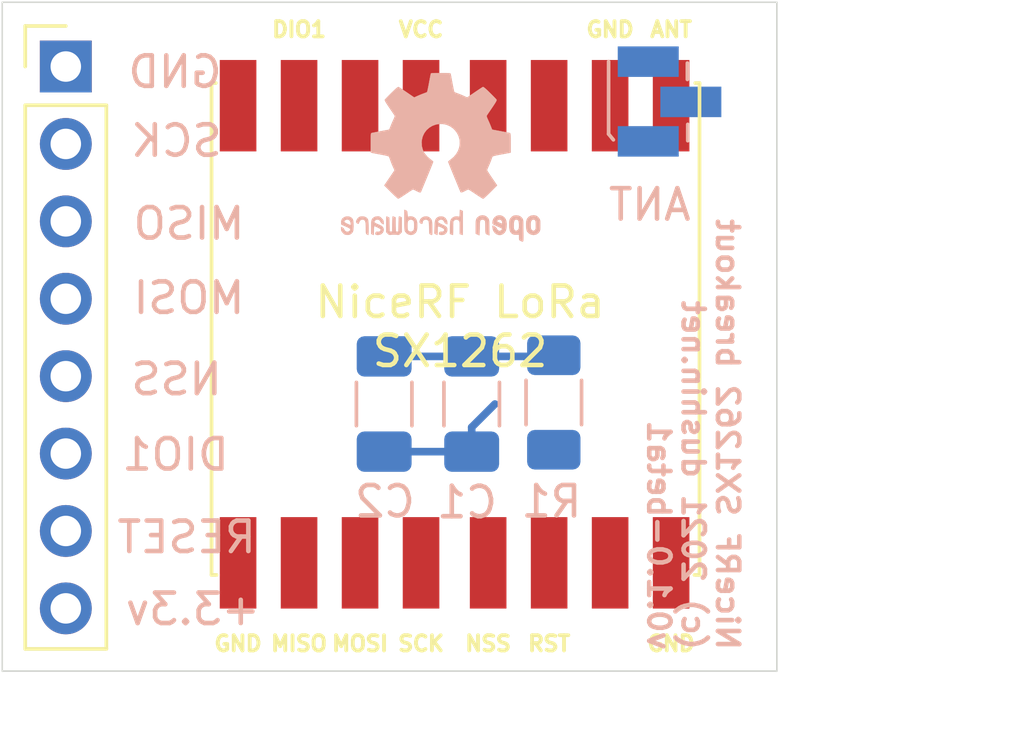
<source format=kicad_pcb>
(kicad_pcb (version 20171130) (host pcbnew "(5.1.9-0-10_14)")

  (general
    (thickness 1.6)
    (drawings 28)
    (tracks 6)
    (zones 0)
    (modules 7)
    (nets 15)
  )

  (page A4)
  (layers
    (0 F.Cu signal)
    (31 B.Cu signal)
    (32 B.Adhes user)
    (33 F.Adhes user)
    (34 B.Paste user)
    (35 F.Paste user)
    (36 B.SilkS user)
    (37 F.SilkS user)
    (38 B.Mask user)
    (39 F.Mask user)
    (40 Dwgs.User user)
    (41 Cmts.User user)
    (42 Eco1.User user)
    (43 Eco2.User user)
    (44 Edge.Cuts user)
    (45 Margin user)
    (46 B.CrtYd user)
    (47 F.CrtYd user)
    (48 B.Fab user)
    (49 F.Fab user)
  )

  (setup
    (last_trace_width 0.25)
    (trace_clearance 0.2)
    (zone_clearance 0.508)
    (zone_45_only no)
    (trace_min 0.2)
    (via_size 0.8)
    (via_drill 0.4)
    (via_min_size 0.4)
    (via_min_drill 0.3)
    (uvia_size 0.3)
    (uvia_drill 0.1)
    (uvias_allowed no)
    (uvia_min_size 0.2)
    (uvia_min_drill 0.1)
    (edge_width 0.05)
    (segment_width 0.2)
    (pcb_text_width 0.3)
    (pcb_text_size 1.5 1.5)
    (mod_edge_width 0.12)
    (mod_text_size 1 1)
    (mod_text_width 0.15)
    (pad_size 1.524 1.524)
    (pad_drill 0.762)
    (pad_to_mask_clearance 0)
    (aux_axis_origin 0 0)
    (visible_elements FFFFFF7F)
    (pcbplotparams
      (layerselection 0x010fc_ffffffff)
      (usegerberextensions false)
      (usegerberattributes true)
      (usegerberadvancedattributes true)
      (creategerberjobfile true)
      (excludeedgelayer true)
      (linewidth 0.100000)
      (plotframeref false)
      (viasonmask false)
      (mode 1)
      (useauxorigin false)
      (hpglpennumber 1)
      (hpglpenspeed 20)
      (hpglpendiameter 15.000000)
      (psnegative false)
      (psa4output false)
      (plotreference true)
      (plotvalue true)
      (plotinvisibletext false)
      (padsonsilk false)
      (subtractmaskfromsilk false)
      (outputformat 1)
      (mirror false)
      (drillshape 1)
      (scaleselection 1)
      (outputdirectory ""))
  )

  (net 0 "")
  (net 1 /GND)
  (net 2 /VCC)
  (net 3 /RESET)
  (net 4 /DIO0)
  (net 5 /NSS)
  (net 6 /MOSI)
  (net 7 /MISO)
  (net 8 /SCK)
  (net 9 /ANT)
  (net 10 "Net-(U1-Pad11)")
  (net 11 "Net-(U1-Pad12)")
  (net 12 "Net-(U1-Pad14)")
  (net 13 "Net-(U1-Pad16)")
  (net 14 "Net-(U1-Pad7)")

  (net_class Default "This is the default net class."
    (clearance 0.2)
    (trace_width 0.25)
    (via_dia 0.8)
    (via_drill 0.4)
    (uvia_dia 0.3)
    (uvia_drill 0.1)
    (add_net /ANT)
    (add_net /DIO0)
    (add_net /GND)
    (add_net /MISO)
    (add_net /MOSI)
    (add_net /NSS)
    (add_net /RESET)
    (add_net /SCK)
    (add_net /VCC)
    (add_net "Net-(U1-Pad11)")
    (add_net "Net-(U1-Pad12)")
    (add_net "Net-(U1-Pad14)")
    (add_net "Net-(U1-Pad16)")
    (add_net "Net-(U1-Pad7)")
  )

  (module 0xFD:nicerf-lora-sx1262 (layer F.Cu) (tedit 61BEA171) (tstamp 61BEFD83)
    (at 133.95 68.55 90)
    (path /61BEADFC)
    (fp_text reference U1 (at 5.0038 -10.2489 90) (layer F.SilkS) hide
      (effects (font (size 1 1) (thickness 0.15)))
    )
    (fp_text value nicerf-lora-sx1262 (at -0.5842 9.0424 90) (layer F.Fab) hide
      (effects (font (size 1 1) (thickness 0.15)))
    )
    (fp_text user sx1262 (at -0.8001 0.9017 90) (layer F.SilkS) hide
      (effects (font (size 1 1) (thickness 0.15)))
    )
    (fp_text user NiceRF (at -0.8001 -1.1811 90) (layer F.SilkS) hide
      (effects (font (size 1 1) (thickness 0.15)))
    )
    (fp_line (start -9.398 -8.3058) (end -9.398 -8.4709) (layer F.SilkS) (width 0.12))
    (fp_line (start -9.398 -8.47) (end 6.7437 -8.47) (layer F.SilkS) (width 0.12))
    (fp_line (start 6.7437 -8.4709) (end 6.7437 -8.3312) (layer F.SilkS) (width 0.12))
    (fp_line (start -9.398 7.5311) (end 6.7437 7.5311) (layer F.SilkS) (width 0.12))
    (fp_line (start -9.398 7.5311) (end -9.398 7.366) (layer F.SilkS) (width 0.12))
    (fp_line (start 6.7437 7.3914) (end 6.7437 7.5311) (layer F.SilkS) (width 0.12))
    (pad 9 smd rect (at 6 6.6 90) (size 3 1.2) (layers F.Cu F.Paste F.Mask)
      (net 9 /ANT))
    (pad 10 smd rect (at 6 4.6 90) (size 3 1.2) (layers F.Cu F.Paste F.Mask)
      (net 1 /GND))
    (pad 11 smd rect (at 6 2.6 90) (size 3 1.2) (layers F.Cu F.Paste F.Mask)
      (net 10 "Net-(U1-Pad11)"))
    (pad 12 smd rect (at 6 0.6 90) (size 3 1.2) (layers F.Cu F.Paste F.Mask)
      (net 11 "Net-(U1-Pad12)"))
    (pad 13 smd rect (at 6 -1.6 90) (size 3 1.2) (layers F.Cu F.Paste F.Mask)
      (net 2 /VCC))
    (pad 14 smd rect (at 6 -3.6 90) (size 3 1.2) (layers F.Cu F.Paste F.Mask)
      (net 12 "Net-(U1-Pad14)"))
    (pad 15 smd rect (at 6 -5.6 90) (size 3 1.2) (layers F.Cu F.Paste F.Mask)
      (net 4 /DIO0))
    (pad 16 smd rect (at 6 -7.6 90) (size 3 1.2) (layers F.Cu F.Paste F.Mask)
      (net 13 "Net-(U1-Pad16)"))
    (pad 8 smd rect (at -9 6.6 90) (size 3 1.2) (layers F.Cu F.Paste F.Mask)
      (net 1 /GND))
    (pad 7 smd rect (at -9 4.6 90) (size 3 1.2) (layers F.Cu F.Paste F.Mask)
      (net 14 "Net-(U1-Pad7)"))
    (pad 6 smd rect (at -9 2.6 90) (size 3 1.2) (layers F.Cu F.Paste F.Mask)
      (net 3 /RESET))
    (pad 5 smd rect (at -9 0.6 90) (size 3 1.2) (layers F.Cu F.Paste F.Mask)
      (net 5 /NSS))
    (pad 4 smd rect (at -9 -1.6 90) (size 3 1.2) (layers F.Cu F.Paste F.Mask)
      (net 8 /SCK))
    (pad 3 smd rect (at -9 -3.6 90) (size 3 1.2) (layers F.Cu F.Paste F.Mask)
      (net 6 /MOSI))
    (pad 2 smd rect (at -9 -5.6 90) (size 3 1.2) (layers F.Cu F.Paste F.Mask)
      (net 7 /MISO))
    (pad 1 smd rect (at -9 -7.6 90) (size 3 1.2) (layers F.Cu F.Paste F.Mask)
      (net 1 /GND))
  )

  (module Resistor_SMD:R_1206_3216Metric_Pad1.30x1.75mm_HandSolder (layer B.Cu) (tedit 5F68FEEE) (tstamp 60F5C2F8)
    (at 136.7028 72.289 90)
    (descr "Resistor SMD 1206 (3216 Metric), square (rectangular) end terminal, IPC_7351 nominal with elongated pad for handsoldering. (Body size source: IPC-SM-782 page 72, https://www.pcb-3d.com/wordpress/wp-content/uploads/ipc-sm-782a_amendment_1_and_2.pdf), generated with kicad-footprint-generator")
    (tags "resistor handsolder")
    (path /60F5CD4D)
    (attr smd)
    (fp_text reference R1 (at -3.2512 -0.0762 180) (layer B.SilkS)
      (effects (font (size 1 1) (thickness 0.15)) (justify mirror))
    )
    (fp_text value 10k (at 0 -1.82 90) (layer B.Fab) hide
      (effects (font (size 1 1) (thickness 0.15)) (justify mirror))
    )
    (fp_line (start 2.45 -1.12) (end -2.45 -1.12) (layer B.CrtYd) (width 0.05))
    (fp_line (start 2.45 1.12) (end 2.45 -1.12) (layer B.CrtYd) (width 0.05))
    (fp_line (start -2.45 1.12) (end 2.45 1.12) (layer B.CrtYd) (width 0.05))
    (fp_line (start -2.45 -1.12) (end -2.45 1.12) (layer B.CrtYd) (width 0.05))
    (fp_line (start -0.727064 -0.91) (end 0.727064 -0.91) (layer B.SilkS) (width 0.12))
    (fp_line (start -0.727064 0.91) (end 0.727064 0.91) (layer B.SilkS) (width 0.12))
    (fp_line (start 1.6 -0.8) (end -1.6 -0.8) (layer B.Fab) (width 0.1))
    (fp_line (start 1.6 0.8) (end 1.6 -0.8) (layer B.Fab) (width 0.1))
    (fp_line (start -1.6 0.8) (end 1.6 0.8) (layer B.Fab) (width 0.1))
    (fp_line (start -1.6 -0.8) (end -1.6 0.8) (layer B.Fab) (width 0.1))
    (fp_text user %R (at 0 0 90) (layer B.Fab)
      (effects (font (size 0.8 0.8) (thickness 0.12)) (justify mirror))
    )
    (pad 2 smd roundrect (at 1.55 0 90) (size 1.3 1.75) (layers B.Cu B.Paste B.Mask) (roundrect_rratio 0.192308)
      (net 2 /VCC))
    (pad 1 smd roundrect (at -1.55 0 90) (size 1.3 1.75) (layers B.Cu B.Paste B.Mask) (roundrect_rratio 0.192308)
      (net 3 /RESET))
    (model ${KISYS3DMOD}/Resistor_SMD.3dshapes/R_1206_3216Metric.wrl
      (at (xyz 0 0 0))
      (scale (xyz 1 1 1))
      (rotate (xyz 0 0 0))
    )
  )

  (module Symbol:OSHW-Logo2_7.3x6mm_SilkScreen (layer B.Cu) (tedit 0) (tstamp 60F060D7)
    (at 132.9944 64.2366 180)
    (descr "Open Source Hardware Symbol")
    (tags "Logo Symbol OSHW")
    (attr virtual)
    (fp_text reference REF** (at 0 0) (layer B.SilkS) hide
      (effects (font (size 1 1) (thickness 0.15)) (justify mirror))
    )
    (fp_text value OSHW-Logo2_7.3x6mm_SilkScreen (at 0.75 0) (layer B.Fab) hide
      (effects (font (size 1 1) (thickness 0.15)) (justify mirror))
    )
    (fp_poly (pts (xy -2.400256 -1.919918) (xy -2.344799 -1.947568) (xy -2.295852 -1.99848) (xy -2.282371 -2.017338)
      (xy -2.267686 -2.042015) (xy -2.258158 -2.068816) (xy -2.252707 -2.104587) (xy -2.250253 -2.156169)
      (xy -2.249714 -2.224267) (xy -2.252148 -2.317588) (xy -2.260606 -2.387657) (xy -2.276826 -2.439931)
      (xy -2.302546 -2.479869) (xy -2.339503 -2.512929) (xy -2.342218 -2.514886) (xy -2.37864 -2.534908)
      (xy -2.422498 -2.544815) (xy -2.478276 -2.547257) (xy -2.568952 -2.547257) (xy -2.56899 -2.635283)
      (xy -2.569834 -2.684308) (xy -2.574976 -2.713065) (xy -2.588413 -2.730311) (xy -2.614142 -2.744808)
      (xy -2.620321 -2.747769) (xy -2.649236 -2.761648) (xy -2.671624 -2.770414) (xy -2.688271 -2.771171)
      (xy -2.699964 -2.761023) (xy -2.70749 -2.737073) (xy -2.711634 -2.696426) (xy -2.713185 -2.636186)
      (xy -2.712929 -2.553455) (xy -2.711651 -2.445339) (xy -2.711252 -2.413) (xy -2.709815 -2.301524)
      (xy -2.708528 -2.228603) (xy -2.569029 -2.228603) (xy -2.568245 -2.290499) (xy -2.56476 -2.330997)
      (xy -2.556876 -2.357708) (xy -2.542895 -2.378244) (xy -2.533403 -2.38826) (xy -2.494596 -2.417567)
      (xy -2.460237 -2.419952) (xy -2.424784 -2.39575) (xy -2.423886 -2.394857) (xy -2.409461 -2.376153)
      (xy -2.400687 -2.350732) (xy -2.396261 -2.311584) (xy -2.394882 -2.251697) (xy -2.394857 -2.23843)
      (xy -2.398188 -2.155901) (xy -2.409031 -2.098691) (xy -2.42866 -2.063766) (xy -2.45835 -2.048094)
      (xy -2.475509 -2.046514) (xy -2.516234 -2.053926) (xy -2.544168 -2.07833) (xy -2.560983 -2.12298)
      (xy -2.56835 -2.19113) (xy -2.569029 -2.228603) (xy -2.708528 -2.228603) (xy -2.708292 -2.215245)
      (xy -2.706323 -2.150333) (xy -2.70355 -2.102958) (xy -2.699612 -2.06929) (xy -2.694151 -2.045498)
      (xy -2.686808 -2.027753) (xy -2.677223 -2.012224) (xy -2.673113 -2.006381) (xy -2.618595 -1.951185)
      (xy -2.549664 -1.91989) (xy -2.469928 -1.911165) (xy -2.400256 -1.919918)) (layer B.SilkS) (width 0.01))
    (fp_poly (pts (xy -1.283907 -1.92778) (xy -1.237328 -1.954723) (xy -1.204943 -1.981466) (xy -1.181258 -2.009484)
      (xy -1.164941 -2.043748) (xy -1.154661 -2.089227) (xy -1.149086 -2.150892) (xy -1.146884 -2.233711)
      (xy -1.146629 -2.293246) (xy -1.146629 -2.512391) (xy -1.208314 -2.540044) (xy -1.27 -2.567697)
      (xy -1.277257 -2.32767) (xy -1.280256 -2.238028) (xy -1.283402 -2.172962) (xy -1.287299 -2.128026)
      (xy -1.292553 -2.09877) (xy -1.299769 -2.080748) (xy -1.30955 -2.069511) (xy -1.312688 -2.067079)
      (xy -1.360239 -2.048083) (xy -1.408303 -2.0556) (xy -1.436914 -2.075543) (xy -1.448553 -2.089675)
      (xy -1.456609 -2.10822) (xy -1.461729 -2.136334) (xy -1.464559 -2.179173) (xy -1.465744 -2.241895)
      (xy -1.465943 -2.307261) (xy -1.465982 -2.389268) (xy -1.467386 -2.447316) (xy -1.472086 -2.486465)
      (xy -1.482013 -2.51178) (xy -1.499097 -2.528323) (xy -1.525268 -2.541156) (xy -1.560225 -2.554491)
      (xy -1.598404 -2.569007) (xy -1.593859 -2.311389) (xy -1.592029 -2.218519) (xy -1.589888 -2.149889)
      (xy -1.586819 -2.100711) (xy -1.582206 -2.066198) (xy -1.575432 -2.041562) (xy -1.565881 -2.022016)
      (xy -1.554366 -2.00477) (xy -1.49881 -1.94968) (xy -1.43102 -1.917822) (xy -1.357287 -1.910191)
      (xy -1.283907 -1.92778)) (layer B.SilkS) (width 0.01))
    (fp_poly (pts (xy -2.958885 -1.921962) (xy -2.890855 -1.957733) (xy -2.840649 -2.015301) (xy -2.822815 -2.052312)
      (xy -2.808937 -2.107882) (xy -2.801833 -2.178096) (xy -2.80116 -2.254727) (xy -2.806573 -2.329552)
      (xy -2.81773 -2.394342) (xy -2.834286 -2.440873) (xy -2.839374 -2.448887) (xy -2.899645 -2.508707)
      (xy -2.971231 -2.544535) (xy -3.048908 -2.55502) (xy -3.127452 -2.53881) (xy -3.149311 -2.529092)
      (xy -3.191878 -2.499143) (xy -3.229237 -2.459433) (xy -3.232768 -2.454397) (xy -3.247119 -2.430124)
      (xy -3.256606 -2.404178) (xy -3.26221 -2.370022) (xy -3.264914 -2.321119) (xy -3.265701 -2.250935)
      (xy -3.265714 -2.2352) (xy -3.265678 -2.230192) (xy -3.120571 -2.230192) (xy -3.119727 -2.29643)
      (xy -3.116404 -2.340386) (xy -3.109417 -2.368779) (xy -3.097584 -2.388325) (xy -3.091543 -2.394857)
      (xy -3.056814 -2.41968) (xy -3.023097 -2.418548) (xy -2.989005 -2.397016) (xy -2.968671 -2.374029)
      (xy -2.956629 -2.340478) (xy -2.949866 -2.287569) (xy -2.949402 -2.281399) (xy -2.948248 -2.185513)
      (xy -2.960312 -2.114299) (xy -2.98543 -2.068194) (xy -3.02344 -2.047635) (xy -3.037008 -2.046514)
      (xy -3.072636 -2.052152) (xy -3.097006 -2.071686) (xy -3.111907 -2.109042) (xy -3.119125 -2.16815)
      (xy -3.120571 -2.230192) (xy -3.265678 -2.230192) (xy -3.265174 -2.160413) (xy -3.262904 -2.108159)
      (xy -3.257932 -2.071949) (xy -3.249287 -2.045299) (xy -3.235995 -2.021722) (xy -3.233057 -2.017338)
      (xy -3.183687 -1.958249) (xy -3.129891 -1.923947) (xy -3.064398 -1.910331) (xy -3.042158 -1.909665)
      (xy -2.958885 -1.921962)) (layer B.SilkS) (width 0.01))
    (fp_poly (pts (xy -1.831697 -1.931239) (xy -1.774473 -1.969735) (xy -1.730251 -2.025335) (xy -1.703833 -2.096086)
      (xy -1.69849 -2.148162) (xy -1.699097 -2.169893) (xy -1.704178 -2.186531) (xy -1.718145 -2.201437)
      (xy -1.745411 -2.217973) (xy -1.790388 -2.239498) (xy -1.857489 -2.269374) (xy -1.857829 -2.269524)
      (xy -1.919593 -2.297813) (xy -1.970241 -2.322933) (xy -2.004596 -2.342179) (xy -2.017482 -2.352848)
      (xy -2.017486 -2.352934) (xy -2.006128 -2.376166) (xy -1.979569 -2.401774) (xy -1.949077 -2.420221)
      (xy -1.93363 -2.423886) (xy -1.891485 -2.411212) (xy -1.855192 -2.379471) (xy -1.837483 -2.344572)
      (xy -1.820448 -2.318845) (xy -1.787078 -2.289546) (xy -1.747851 -2.264235) (xy -1.713244 -2.250471)
      (xy -1.706007 -2.249714) (xy -1.697861 -2.26216) (xy -1.69737 -2.293972) (xy -1.703357 -2.336866)
      (xy -1.714643 -2.382558) (xy -1.73005 -2.422761) (xy -1.730829 -2.424322) (xy -1.777196 -2.489062)
      (xy -1.837289 -2.533097) (xy -1.905535 -2.554711) (xy -1.976362 -2.552185) (xy -2.044196 -2.523804)
      (xy -2.047212 -2.521808) (xy -2.100573 -2.473448) (xy -2.13566 -2.410352) (xy -2.155078 -2.327387)
      (xy -2.157684 -2.304078) (xy -2.162299 -2.194055) (xy -2.156767 -2.142748) (xy -2.017486 -2.142748)
      (xy -2.015676 -2.174753) (xy -2.005778 -2.184093) (xy -1.981102 -2.177105) (xy -1.942205 -2.160587)
      (xy -1.898725 -2.139881) (xy -1.897644 -2.139333) (xy -1.860791 -2.119949) (xy -1.846 -2.107013)
      (xy -1.849647 -2.093451) (xy -1.865005 -2.075632) (xy -1.904077 -2.049845) (xy -1.946154 -2.04795)
      (xy -1.983897 -2.066717) (xy -2.009966 -2.102915) (xy -2.017486 -2.142748) (xy -2.156767 -2.142748)
      (xy -2.152806 -2.106027) (xy -2.12845 -2.036212) (xy -2.094544 -1.987302) (xy -2.033347 -1.937878)
      (xy -1.965937 -1.913359) (xy -1.89712 -1.911797) (xy -1.831697 -1.931239)) (layer B.SilkS) (width 0.01))
    (fp_poly (pts (xy -0.624114 -1.851289) (xy -0.619861 -1.910613) (xy -0.614975 -1.945572) (xy -0.608205 -1.96082)
      (xy -0.598298 -1.961015) (xy -0.595086 -1.959195) (xy -0.552356 -1.946015) (xy -0.496773 -1.946785)
      (xy -0.440263 -1.960333) (xy -0.404918 -1.977861) (xy -0.368679 -2.005861) (xy -0.342187 -2.037549)
      (xy -0.324001 -2.077813) (xy -0.312678 -2.131543) (xy -0.306778 -2.203626) (xy -0.304857 -2.298951)
      (xy -0.304823 -2.317237) (xy -0.3048 -2.522646) (xy -0.350509 -2.53858) (xy -0.382973 -2.54942)
      (xy -0.400785 -2.554468) (xy -0.401309 -2.554514) (xy -0.403063 -2.540828) (xy -0.404556 -2.503076)
      (xy -0.405674 -2.446224) (xy -0.406303 -2.375234) (xy -0.4064 -2.332073) (xy -0.406602 -2.246973)
      (xy -0.407642 -2.185981) (xy -0.410169 -2.144177) (xy -0.414836 -2.116642) (xy -0.422293 -2.098456)
      (xy -0.433189 -2.084698) (xy -0.439993 -2.078073) (xy -0.486728 -2.051375) (xy -0.537728 -2.049375)
      (xy -0.583999 -2.071955) (xy -0.592556 -2.080107) (xy -0.605107 -2.095436) (xy -0.613812 -2.113618)
      (xy -0.619369 -2.139909) (xy -0.622474 -2.179562) (xy -0.623824 -2.237832) (xy -0.624114 -2.318173)
      (xy -0.624114 -2.522646) (xy -0.669823 -2.53858) (xy -0.702287 -2.54942) (xy -0.720099 -2.554468)
      (xy -0.720623 -2.554514) (xy -0.721963 -2.540623) (xy -0.723172 -2.501439) (xy -0.724199 -2.4407)
      (xy -0.724998 -2.362141) (xy -0.725519 -2.269498) (xy -0.725714 -2.166509) (xy -0.725714 -1.769342)
      (xy -0.678543 -1.749444) (xy -0.631371 -1.729547) (xy -0.624114 -1.851289)) (layer B.SilkS) (width 0.01))
    (fp_poly (pts (xy 0.039744 -1.950968) (xy 0.096616 -1.972087) (xy 0.097267 -1.972493) (xy 0.13244 -1.99838)
      (xy 0.158407 -2.028633) (xy 0.17667 -2.068058) (xy 0.188732 -2.121462) (xy 0.196096 -2.193651)
      (xy 0.200264 -2.289432) (xy 0.200629 -2.303078) (xy 0.205876 -2.508842) (xy 0.161716 -2.531678)
      (xy 0.129763 -2.54711) (xy 0.11047 -2.554423) (xy 0.109578 -2.554514) (xy 0.106239 -2.541022)
      (xy 0.103587 -2.504626) (xy 0.101956 -2.451452) (xy 0.1016 -2.408393) (xy 0.101592 -2.338641)
      (xy 0.098403 -2.294837) (xy 0.087288 -2.273944) (xy 0.063501 -2.272925) (xy 0.022296 -2.288741)
      (xy -0.039914 -2.317815) (xy -0.085659 -2.341963) (xy -0.109187 -2.362913) (xy -0.116104 -2.385747)
      (xy -0.116114 -2.386877) (xy -0.104701 -2.426212) (xy -0.070908 -2.447462) (xy -0.019191 -2.450539)
      (xy 0.018061 -2.450006) (xy 0.037703 -2.460735) (xy 0.049952 -2.486505) (xy 0.057002 -2.519337)
      (xy 0.046842 -2.537966) (xy 0.043017 -2.540632) (xy 0.007001 -2.55134) (xy -0.043434 -2.552856)
      (xy -0.095374 -2.545759) (xy -0.132178 -2.532788) (xy -0.183062 -2.489585) (xy -0.211986 -2.429446)
      (xy -0.217714 -2.382462) (xy -0.213343 -2.340082) (xy -0.197525 -2.305488) (xy -0.166203 -2.274763)
      (xy -0.115322 -2.24399) (xy -0.040824 -2.209252) (xy -0.036286 -2.207288) (xy 0.030821 -2.176287)
      (xy 0.072232 -2.150862) (xy 0.089981 -2.128014) (xy 0.086107 -2.104745) (xy 0.062643 -2.078056)
      (xy 0.055627 -2.071914) (xy 0.00863 -2.0481) (xy -0.040067 -2.049103) (xy -0.082478 -2.072451)
      (xy -0.110616 -2.115675) (xy -0.113231 -2.12416) (xy -0.138692 -2.165308) (xy -0.170999 -2.185128)
      (xy -0.217714 -2.20477) (xy -0.217714 -2.15395) (xy -0.203504 -2.080082) (xy -0.161325 -2.012327)
      (xy -0.139376 -1.989661) (xy -0.089483 -1.960569) (xy -0.026033 -1.9474) (xy 0.039744 -1.950968)) (layer B.SilkS) (width 0.01))
    (fp_poly (pts (xy 0.529926 -1.949755) (xy 0.595858 -1.974084) (xy 0.649273 -2.017117) (xy 0.670164 -2.047409)
      (xy 0.692939 -2.102994) (xy 0.692466 -2.143186) (xy 0.668562 -2.170217) (xy 0.659717 -2.174813)
      (xy 0.62153 -2.189144) (xy 0.602028 -2.185472) (xy 0.595422 -2.161407) (xy 0.595086 -2.148114)
      (xy 0.582992 -2.09921) (xy 0.551471 -2.064999) (xy 0.507659 -2.048476) (xy 0.458695 -2.052634)
      (xy 0.418894 -2.074227) (xy 0.40545 -2.086544) (xy 0.395921 -2.101487) (xy 0.389485 -2.124075)
      (xy 0.385317 -2.159328) (xy 0.382597 -2.212266) (xy 0.380502 -2.287907) (xy 0.37996 -2.311857)
      (xy 0.377981 -2.39379) (xy 0.375731 -2.451455) (xy 0.372357 -2.489608) (xy 0.367006 -2.513004)
      (xy 0.358824 -2.526398) (xy 0.346959 -2.534545) (xy 0.339362 -2.538144) (xy 0.307102 -2.550452)
      (xy 0.288111 -2.554514) (xy 0.281836 -2.540948) (xy 0.278006 -2.499934) (xy 0.2766 -2.430999)
      (xy 0.277598 -2.333669) (xy 0.277908 -2.318657) (xy 0.280101 -2.229859) (xy 0.282693 -2.165019)
      (xy 0.286382 -2.119067) (xy 0.291864 -2.086935) (xy 0.299835 -2.063553) (xy 0.310993 -2.043852)
      (xy 0.31683 -2.03541) (xy 0.350296 -1.998057) (xy 0.387727 -1.969003) (xy 0.392309 -1.966467)
      (xy 0.459426 -1.946443) (xy 0.529926 -1.949755)) (layer B.SilkS) (width 0.01))
    (fp_poly (pts (xy 1.190117 -2.065358) (xy 1.189933 -2.173837) (xy 1.189219 -2.257287) (xy 1.187675 -2.319704)
      (xy 1.185001 -2.365085) (xy 1.180894 -2.397429) (xy 1.175055 -2.420733) (xy 1.167182 -2.438995)
      (xy 1.161221 -2.449418) (xy 1.111855 -2.505945) (xy 1.049264 -2.541377) (xy 0.980013 -2.55409)
      (xy 0.910668 -2.542463) (xy 0.869375 -2.521568) (xy 0.826025 -2.485422) (xy 0.796481 -2.441276)
      (xy 0.778655 -2.383462) (xy 0.770463 -2.306313) (xy 0.769302 -2.249714) (xy 0.769458 -2.245647)
      (xy 0.870857 -2.245647) (xy 0.871476 -2.31055) (xy 0.874314 -2.353514) (xy 0.88084 -2.381622)
      (xy 0.892523 -2.401953) (xy 0.906483 -2.417288) (xy 0.953365 -2.44689) (xy 1.003701 -2.449419)
      (xy 1.051276 -2.424705) (xy 1.054979 -2.421356) (xy 1.070783 -2.403935) (xy 1.080693 -2.383209)
      (xy 1.086058 -2.352362) (xy 1.088228 -2.304577) (xy 1.088571 -2.251748) (xy 1.087827 -2.185381)
      (xy 1.084748 -2.141106) (xy 1.078061 -2.112009) (xy 1.066496 -2.091173) (xy 1.057013 -2.080107)
      (xy 1.01296 -2.052198) (xy 0.962224 -2.048843) (xy 0.913796 -2.070159) (xy 0.90445 -2.078073)
      (xy 0.88854 -2.095647) (xy 0.87861 -2.116587) (xy 0.873278 -2.147782) (xy 0.871163 -2.196122)
      (xy 0.870857 -2.245647) (xy 0.769458 -2.245647) (xy 0.77281 -2.158568) (xy 0.784726 -2.090086)
      (xy 0.807135 -2.0386) (xy 0.842124 -1.998443) (xy 0.869375 -1.977861) (xy 0.918907 -1.955625)
      (xy 0.976316 -1.945304) (xy 1.029682 -1.948067) (xy 1.059543 -1.959212) (xy 1.071261 -1.962383)
      (xy 1.079037 -1.950557) (xy 1.084465 -1.918866) (xy 1.088571 -1.870593) (xy 1.093067 -1.816829)
      (xy 1.099313 -1.784482) (xy 1.110676 -1.765985) (xy 1.130528 -1.75377) (xy 1.143 -1.748362)
      (xy 1.190171 -1.728601) (xy 1.190117 -2.065358)) (layer B.SilkS) (width 0.01))
    (fp_poly (pts (xy 1.779833 -1.958663) (xy 1.782048 -1.99685) (xy 1.783784 -2.054886) (xy 1.784899 -2.12818)
      (xy 1.785257 -2.205055) (xy 1.785257 -2.465196) (xy 1.739326 -2.511127) (xy 1.707675 -2.539429)
      (xy 1.67989 -2.550893) (xy 1.641915 -2.550168) (xy 1.62684 -2.548321) (xy 1.579726 -2.542948)
      (xy 1.540756 -2.539869) (xy 1.531257 -2.539585) (xy 1.499233 -2.541445) (xy 1.453432 -2.546114)
      (xy 1.435674 -2.548321) (xy 1.392057 -2.551735) (xy 1.362745 -2.54432) (xy 1.33368 -2.521427)
      (xy 1.323188 -2.511127) (xy 1.277257 -2.465196) (xy 1.277257 -1.978602) (xy 1.314226 -1.961758)
      (xy 1.346059 -1.949282) (xy 1.364683 -1.944914) (xy 1.369458 -1.958718) (xy 1.373921 -1.997286)
      (xy 1.377775 -2.056356) (xy 1.380722 -2.131663) (xy 1.382143 -2.195286) (xy 1.386114 -2.445657)
      (xy 1.420759 -2.450556) (xy 1.452268 -2.447131) (xy 1.467708 -2.436041) (xy 1.472023 -2.415308)
      (xy 1.475708 -2.371145) (xy 1.478469 -2.309146) (xy 1.480012 -2.234909) (xy 1.480235 -2.196706)
      (xy 1.480457 -1.976783) (xy 1.526166 -1.960849) (xy 1.558518 -1.950015) (xy 1.576115 -1.944962)
      (xy 1.576623 -1.944914) (xy 1.578388 -1.958648) (xy 1.580329 -1.99673) (xy 1.582282 -2.054482)
      (xy 1.584084 -2.127227) (xy 1.585343 -2.195286) (xy 1.589314 -2.445657) (xy 1.6764 -2.445657)
      (xy 1.680396 -2.21724) (xy 1.684392 -1.988822) (xy 1.726847 -1.966868) (xy 1.758192 -1.951793)
      (xy 1.776744 -1.944951) (xy 1.777279 -1.944914) (xy 1.779833 -1.958663)) (layer B.SilkS) (width 0.01))
    (fp_poly (pts (xy 2.144876 -1.956335) (xy 2.186667 -1.975344) (xy 2.219469 -1.998378) (xy 2.243503 -2.024133)
      (xy 2.260097 -2.057358) (xy 2.270577 -2.1028) (xy 2.276271 -2.165207) (xy 2.278507 -2.249327)
      (xy 2.278743 -2.304721) (xy 2.278743 -2.520826) (xy 2.241774 -2.53767) (xy 2.212656 -2.549981)
      (xy 2.198231 -2.554514) (xy 2.195472 -2.541025) (xy 2.193282 -2.504653) (xy 2.191942 -2.451542)
      (xy 2.191657 -2.409372) (xy 2.190434 -2.348447) (xy 2.187136 -2.300115) (xy 2.182321 -2.270518)
      (xy 2.178496 -2.264229) (xy 2.152783 -2.270652) (xy 2.112418 -2.287125) (xy 2.065679 -2.309458)
      (xy 2.020845 -2.333457) (xy 1.986193 -2.35493) (xy 1.970002 -2.369685) (xy 1.969938 -2.369845)
      (xy 1.97133 -2.397152) (xy 1.983818 -2.423219) (xy 2.005743 -2.444392) (xy 2.037743 -2.451474)
      (xy 2.065092 -2.450649) (xy 2.103826 -2.450042) (xy 2.124158 -2.459116) (xy 2.136369 -2.483092)
      (xy 2.137909 -2.487613) (xy 2.143203 -2.521806) (xy 2.129047 -2.542568) (xy 2.092148 -2.552462)
      (xy 2.052289 -2.554292) (xy 1.980562 -2.540727) (xy 1.943432 -2.521355) (xy 1.897576 -2.475845)
      (xy 1.873256 -2.419983) (xy 1.871073 -2.360957) (xy 1.891629 -2.305953) (xy 1.922549 -2.271486)
      (xy 1.95342 -2.252189) (xy 2.001942 -2.227759) (xy 2.058485 -2.202985) (xy 2.06791 -2.199199)
      (xy 2.130019 -2.171791) (xy 2.165822 -2.147634) (xy 2.177337 -2.123619) (xy 2.16658 -2.096635)
      (xy 2.148114 -2.075543) (xy 2.104469 -2.049572) (xy 2.056446 -2.047624) (xy 2.012406 -2.067637)
      (xy 1.980709 -2.107551) (xy 1.976549 -2.117848) (xy 1.952327 -2.155724) (xy 1.916965 -2.183842)
      (xy 1.872343 -2.206917) (xy 1.872343 -2.141485) (xy 1.874969 -2.101506) (xy 1.88623 -2.069997)
      (xy 1.911199 -2.036378) (xy 1.935169 -2.010484) (xy 1.972441 -1.973817) (xy 2.001401 -1.954121)
      (xy 2.032505 -1.94622) (xy 2.067713 -1.944914) (xy 2.144876 -1.956335)) (layer B.SilkS) (width 0.01))
    (fp_poly (pts (xy 2.6526 -1.958752) (xy 2.669948 -1.966334) (xy 2.711356 -1.999128) (xy 2.746765 -2.046547)
      (xy 2.768664 -2.097151) (xy 2.772229 -2.122098) (xy 2.760279 -2.156927) (xy 2.734067 -2.175357)
      (xy 2.705964 -2.186516) (xy 2.693095 -2.188572) (xy 2.686829 -2.173649) (xy 2.674456 -2.141175)
      (xy 2.669028 -2.126502) (xy 2.63859 -2.075744) (xy 2.59452 -2.050427) (xy 2.53801 -2.051206)
      (xy 2.533825 -2.052203) (xy 2.503655 -2.066507) (xy 2.481476 -2.094393) (xy 2.466327 -2.139287)
      (xy 2.45725 -2.204615) (xy 2.453286 -2.293804) (xy 2.452914 -2.341261) (xy 2.45273 -2.416071)
      (xy 2.451522 -2.467069) (xy 2.448309 -2.499471) (xy 2.442109 -2.518495) (xy 2.43194 -2.529356)
      (xy 2.416819 -2.537272) (xy 2.415946 -2.53767) (xy 2.386828 -2.549981) (xy 2.372403 -2.554514)
      (xy 2.370186 -2.540809) (xy 2.368289 -2.502925) (xy 2.366847 -2.445715) (xy 2.365998 -2.374027)
      (xy 2.365829 -2.321565) (xy 2.366692 -2.220047) (xy 2.37007 -2.143032) (xy 2.377142 -2.086023)
      (xy 2.389088 -2.044526) (xy 2.40709 -2.014043) (xy 2.432327 -1.99008) (xy 2.457247 -1.973355)
      (xy 2.517171 -1.951097) (xy 2.586911 -1.946076) (xy 2.6526 -1.958752)) (layer B.SilkS) (width 0.01))
    (fp_poly (pts (xy 3.153595 -1.966966) (xy 3.211021 -2.004497) (xy 3.238719 -2.038096) (xy 3.260662 -2.099064)
      (xy 3.262405 -2.147308) (xy 3.258457 -2.211816) (xy 3.109686 -2.276934) (xy 3.037349 -2.310202)
      (xy 2.990084 -2.336964) (xy 2.965507 -2.360144) (xy 2.961237 -2.382667) (xy 2.974889 -2.407455)
      (xy 2.989943 -2.423886) (xy 3.033746 -2.450235) (xy 3.081389 -2.452081) (xy 3.125145 -2.431546)
      (xy 3.157289 -2.390752) (xy 3.163038 -2.376347) (xy 3.190576 -2.331356) (xy 3.222258 -2.312182)
      (xy 3.265714 -2.295779) (xy 3.265714 -2.357966) (xy 3.261872 -2.400283) (xy 3.246823 -2.435969)
      (xy 3.21528 -2.476943) (xy 3.210592 -2.482267) (xy 3.175506 -2.51872) (xy 3.145347 -2.538283)
      (xy 3.107615 -2.547283) (xy 3.076335 -2.55023) (xy 3.020385 -2.550965) (xy 2.980555 -2.54166)
      (xy 2.955708 -2.527846) (xy 2.916656 -2.497467) (xy 2.889625 -2.464613) (xy 2.872517 -2.423294)
      (xy 2.863238 -2.367521) (xy 2.859693 -2.291305) (xy 2.85941 -2.252622) (xy 2.860372 -2.206247)
      (xy 2.948007 -2.206247) (xy 2.949023 -2.231126) (xy 2.951556 -2.2352) (xy 2.968274 -2.229665)
      (xy 3.004249 -2.215017) (xy 3.052331 -2.19419) (xy 3.062386 -2.189714) (xy 3.123152 -2.158814)
      (xy 3.156632 -2.131657) (xy 3.16399 -2.10622) (xy 3.146391 -2.080481) (xy 3.131856 -2.069109)
      (xy 3.07941 -2.046364) (xy 3.030322 -2.050122) (xy 2.989227 -2.077884) (xy 2.960758 -2.127152)
      (xy 2.951631 -2.166257) (xy 2.948007 -2.206247) (xy 2.860372 -2.206247) (xy 2.861285 -2.162249)
      (xy 2.868196 -2.095384) (xy 2.881884 -2.046695) (xy 2.904096 -2.010849) (xy 2.936574 -1.982513)
      (xy 2.950733 -1.973355) (xy 3.015053 -1.949507) (xy 3.085473 -1.948006) (xy 3.153595 -1.966966)) (layer B.SilkS) (width 0.01))
    (fp_poly (pts (xy 0.10391 2.757652) (xy 0.182454 2.757222) (xy 0.239298 2.756058) (xy 0.278105 2.753793)
      (xy 0.302538 2.75006) (xy 0.316262 2.744494) (xy 0.32294 2.736727) (xy 0.326236 2.726395)
      (xy 0.326556 2.725057) (xy 0.331562 2.700921) (xy 0.340829 2.653299) (xy 0.353392 2.587259)
      (xy 0.368287 2.507872) (xy 0.384551 2.420204) (xy 0.385119 2.417125) (xy 0.40141 2.331211)
      (xy 0.416652 2.255304) (xy 0.429861 2.193955) (xy 0.440054 2.151718) (xy 0.446248 2.133145)
      (xy 0.446543 2.132816) (xy 0.464788 2.123747) (xy 0.502405 2.108633) (xy 0.551271 2.090738)
      (xy 0.551543 2.090642) (xy 0.613093 2.067507) (xy 0.685657 2.038035) (xy 0.754057 2.008403)
      (xy 0.757294 2.006938) (xy 0.868702 1.956374) (xy 1.115399 2.12484) (xy 1.191077 2.176197)
      (xy 1.259631 2.222111) (xy 1.317088 2.25997) (xy 1.359476 2.287163) (xy 1.382825 2.301079)
      (xy 1.385042 2.302111) (xy 1.40201 2.297516) (xy 1.433701 2.275345) (xy 1.481352 2.234553)
      (xy 1.546198 2.174095) (xy 1.612397 2.109773) (xy 1.676214 2.046388) (xy 1.733329 1.988549)
      (xy 1.780305 1.939825) (xy 1.813703 1.90379) (xy 1.830085 1.884016) (xy 1.830694 1.882998)
      (xy 1.832505 1.869428) (xy 1.825683 1.847267) (xy 1.80854 1.813522) (xy 1.779393 1.7652)
      (xy 1.736555 1.699308) (xy 1.679448 1.614483) (xy 1.628766 1.539823) (xy 1.583461 1.47286)
      (xy 1.54615 1.417484) (xy 1.519452 1.37758) (xy 1.505985 1.357038) (xy 1.505137 1.355644)
      (xy 1.506781 1.335962) (xy 1.519245 1.297707) (xy 1.540048 1.248111) (xy 1.547462 1.232272)
      (xy 1.579814 1.16171) (xy 1.614328 1.081647) (xy 1.642365 1.012371) (xy 1.662568 0.960955)
      (xy 1.678615 0.921881) (xy 1.687888 0.901459) (xy 1.689041 0.899886) (xy 1.706096 0.897279)
      (xy 1.746298 0.890137) (xy 1.804302 0.879477) (xy 1.874763 0.866315) (xy 1.952335 0.851667)
      (xy 2.031672 0.836551) (xy 2.107431 0.821982) (xy 2.174264 0.808978) (xy 2.226828 0.798555)
      (xy 2.259776 0.79173) (xy 2.267857 0.789801) (xy 2.276205 0.785038) (xy 2.282506 0.774282)
      (xy 2.287045 0.753902) (xy 2.290104 0.720266) (xy 2.291967 0.669745) (xy 2.292918 0.598708)
      (xy 2.29324 0.503524) (xy 2.293257 0.464508) (xy 2.293257 0.147201) (xy 2.217057 0.132161)
      (xy 2.174663 0.124005) (xy 2.1114 0.112101) (xy 2.034962 0.097884) (xy 1.953043 0.08279)
      (xy 1.9304 0.078645) (xy 1.854806 0.063947) (xy 1.788953 0.049495) (xy 1.738366 0.036625)
      (xy 1.708574 0.026678) (xy 1.703612 0.023713) (xy 1.691426 0.002717) (xy 1.673953 -0.037967)
      (xy 1.654577 -0.090322) (xy 1.650734 -0.1016) (xy 1.625339 -0.171523) (xy 1.593817 -0.250418)
      (xy 1.562969 -0.321266) (xy 1.562817 -0.321595) (xy 1.511447 -0.432733) (xy 1.680399 -0.681253)
      (xy 1.849352 -0.929772) (xy 1.632429 -1.147058) (xy 1.566819 -1.211726) (xy 1.506979 -1.268733)
      (xy 1.456267 -1.315033) (xy 1.418046 -1.347584) (xy 1.395675 -1.363343) (xy 1.392466 -1.364343)
      (xy 1.373626 -1.356469) (xy 1.33518 -1.334578) (xy 1.28133 -1.301267) (xy 1.216276 -1.259131)
      (xy 1.14594 -1.211943) (xy 1.074555 -1.16381) (xy 1.010908 -1.121928) (xy 0.959041 -1.088871)
      (xy 0.922995 -1.067218) (xy 0.906867 -1.059543) (xy 0.887189 -1.066037) (xy 0.849875 -1.08315)
      (xy 0.802621 -1.107326) (xy 0.797612 -1.110013) (xy 0.733977 -1.141927) (xy 0.690341 -1.157579)
      (xy 0.663202 -1.157745) (xy 0.649057 -1.143204) (xy 0.648975 -1.143) (xy 0.641905 -1.125779)
      (xy 0.625042 -1.084899) (xy 0.599695 -1.023525) (xy 0.567171 -0.944819) (xy 0.528778 -0.851947)
      (xy 0.485822 -0.748072) (xy 0.444222 -0.647502) (xy 0.398504 -0.536516) (xy 0.356526 -0.433703)
      (xy 0.319548 -0.342215) (xy 0.288827 -0.265201) (xy 0.265622 -0.205815) (xy 0.25119 -0.167209)
      (xy 0.246743 -0.1528) (xy 0.257896 -0.136272) (xy 0.287069 -0.10993) (xy 0.325971 -0.080887)
      (xy 0.436757 0.010961) (xy 0.523351 0.116241) (xy 0.584716 0.232734) (xy 0.619815 0.358224)
      (xy 0.627608 0.490493) (xy 0.621943 0.551543) (xy 0.591078 0.678205) (xy 0.53792 0.790059)
      (xy 0.465767 0.885999) (xy 0.377917 0.964924) (xy 0.277665 1.02573) (xy 0.16831 1.067313)
      (xy 0.053147 1.088572) (xy -0.064525 1.088401) (xy -0.18141 1.065699) (xy -0.294211 1.019362)
      (xy -0.399631 0.948287) (xy -0.443632 0.908089) (xy -0.528021 0.804871) (xy -0.586778 0.692075)
      (xy -0.620296 0.57299) (xy -0.628965 0.450905) (xy -0.613177 0.329107) (xy -0.573322 0.210884)
      (xy -0.509793 0.099525) (xy -0.422979 -0.001684) (xy -0.325971 -0.080887) (xy -0.285563 -0.111162)
      (xy -0.257018 -0.137219) (xy -0.246743 -0.152825) (xy -0.252123 -0.169843) (xy -0.267425 -0.2105)
      (xy -0.291388 -0.271642) (xy -0.322756 -0.350119) (xy -0.360268 -0.44278) (xy -0.402667 -0.546472)
      (xy -0.444337 -0.647526) (xy -0.49031 -0.758607) (xy -0.532893 -0.861541) (xy -0.570779 -0.953165)
      (xy -0.60266 -1.030316) (xy -0.627229 -1.089831) (xy -0.64318 -1.128544) (xy -0.64909 -1.143)
      (xy -0.663052 -1.157685) (xy -0.69006 -1.157642) (xy -0.733587 -1.142099) (xy -0.79711 -1.110284)
      (xy -0.797612 -1.110013) (xy -0.84544 -1.085323) (xy -0.884103 -1.067338) (xy -0.905905 -1.059614)
      (xy -0.906867 -1.059543) (xy -0.923279 -1.067378) (xy -0.959513 -1.089165) (xy -1.011526 -1.122328)
      (xy -1.075275 -1.164291) (xy -1.14594 -1.211943) (xy -1.217884 -1.260191) (xy -1.282726 -1.302151)
      (xy -1.336265 -1.335227) (xy -1.374303 -1.356821) (xy -1.392467 -1.364343) (xy -1.409192 -1.354457)
      (xy -1.44282 -1.326826) (xy -1.48999 -1.284495) (xy -1.547342 -1.230505) (xy -1.611516 -1.167899)
      (xy -1.632503 -1.146983) (xy -1.849501 -0.929623) (xy -1.684332 -0.68722) (xy -1.634136 -0.612781)
      (xy -1.590081 -0.545972) (xy -1.554638 -0.490665) (xy -1.530281 -0.450729) (xy -1.519478 -0.430036)
      (xy -1.519162 -0.428563) (xy -1.524857 -0.409058) (xy -1.540174 -0.369822) (xy -1.562463 -0.31743)
      (xy -1.578107 -0.282355) (xy -1.607359 -0.215201) (xy -1.634906 -0.147358) (xy -1.656263 -0.090034)
      (xy -1.662065 -0.072572) (xy -1.678548 -0.025938) (xy -1.69466 0.010095) (xy -1.70351 0.023713)
      (xy -1.72304 0.032048) (xy -1.765666 0.043863) (xy -1.825855 0.057819) (xy -1.898078 0.072578)
      (xy -1.9304 0.078645) (xy -2.012478 0.093727) (xy -2.091205 0.108331) (xy -2.158891 0.12102)
      (xy -2.20784 0.130358) (xy -2.217057 0.132161) (xy -2.293257 0.147201) (xy -2.293257 0.464508)
      (xy -2.293086 0.568846) (xy -2.292384 0.647787) (xy -2.290866 0.704962) (xy -2.288251 0.744001)
      (xy -2.284254 0.768535) (xy -2.278591 0.782195) (xy -2.27098 0.788611) (xy -2.267857 0.789801)
      (xy -2.249022 0.79402) (xy -2.207412 0.802438) (xy -2.14837 0.814039) (xy -2.077243 0.827805)
      (xy -1.999375 0.84272) (xy -1.920113 0.857768) (xy -1.844802 0.871931) (xy -1.778787 0.884194)
      (xy -1.727413 0.893539) (xy -1.696025 0.89895) (xy -1.689041 0.899886) (xy -1.682715 0.912404)
      (xy -1.66871 0.945754) (xy -1.649645 0.993623) (xy -1.642366 1.012371) (xy -1.613004 1.084805)
      (xy -1.578429 1.16483) (xy -1.547463 1.232272) (xy -1.524677 1.283841) (xy -1.509518 1.326215)
      (xy -1.504458 1.352166) (xy -1.505264 1.355644) (xy -1.515959 1.372064) (xy -1.54038 1.408583)
      (xy -1.575905 1.461313) (xy -1.619913 1.526365) (xy -1.669783 1.599849) (xy -1.679644 1.614355)
      (xy -1.737508 1.700296) (xy -1.780044 1.765739) (xy -1.808946 1.813696) (xy -1.82591 1.84718)
      (xy -1.832633 1.869205) (xy -1.83081 1.882783) (xy -1.830764 1.882869) (xy -1.816414 1.900703)
      (xy -1.784677 1.935183) (xy -1.73899 1.982732) (xy -1.682796 2.039778) (xy -1.619532 2.102745)
      (xy -1.612398 2.109773) (xy -1.53267 2.18698) (xy -1.471143 2.24367) (xy -1.426579 2.28089)
      (xy -1.397743 2.299685) (xy -1.385042 2.302111) (xy -1.366506 2.291529) (xy -1.328039 2.267084)
      (xy -1.273614 2.231388) (xy -1.207202 2.187053) (xy -1.132775 2.136689) (xy -1.115399 2.12484)
      (xy -0.868703 1.956374) (xy -0.757294 2.006938) (xy -0.689543 2.036405) (xy -0.616817 2.066041)
      (xy -0.554297 2.08967) (xy -0.551543 2.090642) (xy -0.50264 2.108543) (xy -0.464943 2.12368)
      (xy -0.446575 2.13279) (xy -0.446544 2.132816) (xy -0.440715 2.149283) (xy -0.430808 2.189781)
      (xy -0.417805 2.249758) (xy -0.402691 2.32466) (xy -0.386448 2.409936) (xy -0.385119 2.417125)
      (xy -0.368825 2.504986) (xy -0.353867 2.58474) (xy -0.341209 2.651319) (xy -0.331814 2.699653)
      (xy -0.326646 2.724675) (xy -0.326556 2.725057) (xy -0.323411 2.735701) (xy -0.317296 2.743738)
      (xy -0.304547 2.749533) (xy -0.2815 2.753453) (xy -0.244491 2.755865) (xy -0.189856 2.757135)
      (xy -0.113933 2.757629) (xy -0.013056 2.757714) (xy 0 2.757714) (xy 0.10391 2.757652)) (layer B.SilkS) (width 0.01))
  )

  (module Connector_PinHeader_2.54mm:PinHeader_1x08_P2.54mm_Vertical (layer F.Cu) (tedit 59FED5CC) (tstamp 60EFAD59)
    (at 120.7008 61.2648)
    (descr "Through hole straight pin header, 1x08, 2.54mm pitch, single row")
    (tags "Through hole pin header THT 1x08 2.54mm single row")
    (path /60F02417)
    (fp_text reference J1 (at 0 -2.33) (layer F.SilkS) hide
      (effects (font (size 1 1) (thickness 0.15)))
    )
    (fp_text value Conn_01x08_Female (at 0 20.11) (layer F.Fab) hide
      (effects (font (size 1 1) (thickness 0.15)))
    )
    (fp_line (start 1.8 -1.8) (end -1.8 -1.8) (layer F.CrtYd) (width 0.05))
    (fp_line (start 1.8 19.55) (end 1.8 -1.8) (layer F.CrtYd) (width 0.05))
    (fp_line (start -1.8 19.55) (end 1.8 19.55) (layer F.CrtYd) (width 0.05))
    (fp_line (start -1.8 -1.8) (end -1.8 19.55) (layer F.CrtYd) (width 0.05))
    (fp_line (start -1.33 -1.33) (end 0 -1.33) (layer F.SilkS) (width 0.12))
    (fp_line (start -1.33 0) (end -1.33 -1.33) (layer F.SilkS) (width 0.12))
    (fp_line (start -1.33 1.27) (end 1.33 1.27) (layer F.SilkS) (width 0.12))
    (fp_line (start 1.33 1.27) (end 1.33 19.11) (layer F.SilkS) (width 0.12))
    (fp_line (start -1.33 1.27) (end -1.33 19.11) (layer F.SilkS) (width 0.12))
    (fp_line (start -1.33 19.11) (end 1.33 19.11) (layer F.SilkS) (width 0.12))
    (fp_line (start -1.27 -0.635) (end -0.635 -1.27) (layer F.Fab) (width 0.1))
    (fp_line (start -1.27 19.05) (end -1.27 -0.635) (layer F.Fab) (width 0.1))
    (fp_line (start 1.27 19.05) (end -1.27 19.05) (layer F.Fab) (width 0.1))
    (fp_line (start 1.27 -1.27) (end 1.27 19.05) (layer F.Fab) (width 0.1))
    (fp_line (start -0.635 -1.27) (end 1.27 -1.27) (layer F.Fab) (width 0.1))
    (fp_text user %R (at 0 8.89 90) (layer F.Fab) hide
      (effects (font (size 1 1) (thickness 0.15)))
    )
    (pad 8 thru_hole oval (at 0 17.78) (size 1.7 1.7) (drill 1) (layers *.Cu *.Mask)
      (net 2 /VCC))
    (pad 7 thru_hole oval (at 0 15.24) (size 1.7 1.7) (drill 1) (layers *.Cu *.Mask)
      (net 3 /RESET))
    (pad 6 thru_hole oval (at 0 12.7) (size 1.7 1.7) (drill 1) (layers *.Cu *.Mask)
      (net 4 /DIO0))
    (pad 5 thru_hole oval (at 0 10.16) (size 1.7 1.7) (drill 1) (layers *.Cu *.Mask)
      (net 5 /NSS))
    (pad 4 thru_hole oval (at 0 7.62) (size 1.7 1.7) (drill 1) (layers *.Cu *.Mask)
      (net 6 /MOSI))
    (pad 3 thru_hole oval (at 0 5.08) (size 1.7 1.7) (drill 1) (layers *.Cu *.Mask)
      (net 7 /MISO))
    (pad 2 thru_hole oval (at 0 2.54) (size 1.7 1.7) (drill 1) (layers *.Cu *.Mask)
      (net 8 /SCK))
    (pad 1 thru_hole rect (at 0 0) (size 1.7 1.7) (drill 1) (layers *.Cu *.Mask)
      (net 1 /GND))
    (model ${KISYS3DMOD}/Connector_PinHeader_2.54mm.3dshapes/PinHeader_1x08_P2.54mm_Vertical.wrl
      (at (xyz 0 0 0))
      (scale (xyz 1 1 1))
      (rotate (xyz 0 0 0))
    )
  )

  (module 0xFD:IPEX_Antenna_Connector (layer B.Cu) (tedit 60EF5E61) (tstamp 60EFA83A)
    (at 139.8 62.4 90)
    (path /60EF641C)
    (fp_text reference J2 (at 0.4445 -2.8829 90) (layer B.SilkS) hide
      (effects (font (size 1 1) (thickness 0.15)) (justify mirror))
    )
    (fp_text value Conn_01x02_Female (at 0.1016 -2.4384 90) (layer B.SilkS) hide
      (effects (font (size 1 1) (thickness 0.15)) (justify mirror))
    )
    (fp_line (start -1.3 1.2954) (end -0.762 1.2954) (layer B.SilkS) (width 0.12))
    (fp_line (start -1.0795 -1.3) (end 1.3 -1.3) (layer B.SilkS) (width 0.12))
    (fp_line (start 0.7112 1.2827) (end 1.2492 1.2827) (layer B.SilkS) (width 0.12))
    (fp_line (start -1.0795 -1.3) (end -1.27 -1.143) (layer B.SilkS) (width 0.12))
    (pad 2 smd rect (at -0.0254 1.397 180) (size 2 1) (layers B.Cu B.Paste B.Mask)
      (net 9 /ANT))
    (pad 1 smd rect (at 1.2954 0 90) (size 1 2) (layers B.Cu B.Paste B.Mask)
      (net 1 /GND))
    (pad 1 smd rect (at -1.3208 0 180) (size 2 1) (layers B.Cu B.Paste B.Mask)
      (net 1 /GND))
  )

  (module Capacitor_SMD:C_1206_3216Metric_Pad1.33x1.80mm_HandSolder (layer B.Cu) (tedit 5F68FEEF) (tstamp 60EFA811)
    (at 131.1402 72.3392 270)
    (descr "Capacitor SMD 1206 (3216 Metric), square (rectangular) end terminal, IPC_7351 nominal with elongated pad for handsoldering. (Body size source: IPC-SM-782 page 76, https://www.pcb-3d.com/wordpress/wp-content/uploads/ipc-sm-782a_amendment_1_and_2.pdf), generated with kicad-footprint-generator")
    (tags "capacitor handsolder")
    (path /60F11859)
    (attr smd)
    (fp_text reference C2 (at 3.2004 -0.0254) (layer B.SilkS)
      (effects (font (size 1 1) (thickness 0.15)) (justify mirror))
    )
    (fp_text value 10uF (at 0 -1.85 270) (layer B.Fab) hide
      (effects (font (size 1 1) (thickness 0.15)) (justify mirror))
    )
    (fp_line (start 2.48 -1.15) (end -2.48 -1.15) (layer B.CrtYd) (width 0.05))
    (fp_line (start 2.48 1.15) (end 2.48 -1.15) (layer B.CrtYd) (width 0.05))
    (fp_line (start -2.48 1.15) (end 2.48 1.15) (layer B.CrtYd) (width 0.05))
    (fp_line (start -2.48 -1.15) (end -2.48 1.15) (layer B.CrtYd) (width 0.05))
    (fp_line (start -0.711252 -0.91) (end 0.711252 -0.91) (layer B.SilkS) (width 0.12))
    (fp_line (start -0.711252 0.91) (end 0.711252 0.91) (layer B.SilkS) (width 0.12))
    (fp_line (start 1.6 -0.8) (end -1.6 -0.8) (layer B.Fab) (width 0.1))
    (fp_line (start 1.6 0.8) (end 1.6 -0.8) (layer B.Fab) (width 0.1))
    (fp_line (start -1.6 0.8) (end 1.6 0.8) (layer B.Fab) (width 0.1))
    (fp_line (start -1.6 -0.8) (end -1.6 0.8) (layer B.Fab) (width 0.1))
    (fp_text user %R (at 0 0 270) (layer B.Fab) hide
      (effects (font (size 0.8 0.8) (thickness 0.12)) (justify mirror))
    )
    (pad 2 smd roundrect (at 1.5625 0 270) (size 1.325 1.8) (layers B.Cu B.Paste B.Mask) (roundrect_rratio 0.188679)
      (net 1 /GND))
    (pad 1 smd roundrect (at -1.5625 0 270) (size 1.325 1.8) (layers B.Cu B.Paste B.Mask) (roundrect_rratio 0.188679)
      (net 2 /VCC))
    (model ${KISYS3DMOD}/Capacitor_SMD.3dshapes/C_1206_3216Metric.wrl
      (at (xyz 0 0 0))
      (scale (xyz 1 1 1))
      (rotate (xyz 0 0 0))
    )
  )

  (module Capacitor_SMD:C_1206_3216Metric_Pad1.33x1.80mm_HandSolder (layer B.Cu) (tedit 5F68FEEF) (tstamp 60EFA800)
    (at 134.0104 72.3392 270)
    (descr "Capacitor SMD 1206 (3216 Metric), square (rectangular) end terminal, IPC_7351 nominal with elongated pad for handsoldering. (Body size source: IPC-SM-782 page 76, https://www.pcb-3d.com/wordpress/wp-content/uploads/ipc-sm-782a_amendment_1_and_2.pdf), generated with kicad-footprint-generator")
    (tags "capacitor handsolder")
    (path /60F113E8)
    (attr smd)
    (fp_text reference C1 (at 3.2258 0.1524) (layer B.SilkS)
      (effects (font (size 1 1) (thickness 0.15)) (justify mirror))
    )
    (fp_text value 100nF (at 0 -1.85 270) (layer B.Fab) hide
      (effects (font (size 1 1) (thickness 0.15)) (justify mirror))
    )
    (fp_line (start 2.48 -1.15) (end -2.48 -1.15) (layer B.CrtYd) (width 0.05))
    (fp_line (start 2.48 1.15) (end 2.48 -1.15) (layer B.CrtYd) (width 0.05))
    (fp_line (start -2.48 1.15) (end 2.48 1.15) (layer B.CrtYd) (width 0.05))
    (fp_line (start -2.48 -1.15) (end -2.48 1.15) (layer B.CrtYd) (width 0.05))
    (fp_line (start -0.711252 -0.91) (end 0.711252 -0.91) (layer B.SilkS) (width 0.12))
    (fp_line (start -0.711252 0.91) (end 0.711252 0.91) (layer B.SilkS) (width 0.12))
    (fp_line (start 1.6 -0.8) (end -1.6 -0.8) (layer B.Fab) (width 0.1))
    (fp_line (start 1.6 0.8) (end 1.6 -0.8) (layer B.Fab) (width 0.1))
    (fp_line (start -1.6 0.8) (end 1.6 0.8) (layer B.Fab) (width 0.1))
    (fp_line (start -1.6 -0.8) (end -1.6 0.8) (layer B.Fab) (width 0.1))
    (fp_text user %R (at 0 0 270) (layer B.Fab)
      (effects (font (size 0.8 0.8) (thickness 0.12)) (justify mirror))
    )
    (pad 2 smd roundrect (at 1.5625 0 270) (size 1.325 1.8) (layers B.Cu B.Paste B.Mask) (roundrect_rratio 0.188679)
      (net 1 /GND))
    (pad 1 smd roundrect (at -1.5625 0 270) (size 1.325 1.8) (layers B.Cu B.Paste B.Mask) (roundrect_rratio 0.188679)
      (net 2 /VCC))
    (model ${KISYS3DMOD}/Capacitor_SMD.3dshapes/C_1206_3216Metric.wrl
      (at (xyz 0 0 0))
      (scale (xyz 1 1 1))
      (rotate (xyz 0 0 0))
    )
  )

  (gr_text DIO1 (at 124.3 74) (layer B.SilkS) (tstamp 61BF4311)
    (effects (font (size 1 1) (thickness 0.15)) (justify mirror))
  )
  (gr_text MOSI (at 130.35 80.2) (layer F.SilkS) (tstamp 61BF42D8)
    (effects (font (size 0.5 0.5) (thickness 0.125)))
  )
  (gr_text MISO (at 128.35 80.2) (layer F.SilkS) (tstamp 61BF42CE)
    (effects (font (size 0.5 0.5) (thickness 0.125)))
  )
  (gr_text GND (at 126.35 80.2) (layer F.SilkS) (tstamp 61BF42C6)
    (effects (font (size 0.5 0.5) (thickness 0.125)))
  )
  (gr_text SCK (at 132.35 80.2) (layer F.SilkS) (tstamp 61BF42B7)
    (effects (font (size 0.5 0.5) (thickness 0.125)))
  )
  (gr_text NSS (at 134.55 80.2) (layer F.SilkS) (tstamp 61BF42AA)
    (effects (font (size 0.5 0.5) (thickness 0.125)))
  )
  (gr_text RST (at 136.55 80.2) (layer F.SilkS) (tstamp 61BF4294)
    (effects (font (size 0.5 0.5) (thickness 0.125)))
  )
  (gr_text GND (at 140.55 80.2) (layer F.SilkS) (tstamp 61BF427E)
    (effects (font (size 0.5 0.5) (thickness 0.125)))
  )
  (gr_text ANT (at 140.55 60.05) (layer F.SilkS) (tstamp 61BF4271)
    (effects (font (size 0.5 0.5) (thickness 0.125)))
  )
  (gr_text GND (at 138.55 60.05) (layer F.SilkS) (tstamp 61BF425F)
    (effects (font (size 0.5 0.5) (thickness 0.125)))
  )
  (gr_text VCC (at 132.35 60.05) (layer F.SilkS) (tstamp 61BF424B)
    (effects (font (size 0.5 0.5) (thickness 0.125)))
  )
  (gr_text DIO1 (at 128.35 60.05) (layer F.SilkS)
    (effects (font (size 0.5 0.5) (thickness 0.125)))
  )
  (gr_text "NiceRF LoRa\nSX1262" (at 133.6294 69.7992) (layer F.SilkS)
    (effects (font (size 1 1) (thickness 0.15)))
  )
  (gr_text ANT (at 139.85 65.8) (layer B.SilkS) (tstamp 611BC58D)
    (effects (font (size 1 1) (thickness 0.15)) (justify mirror))
  )
  (dimension 25.4 (width 0.15) (layer Dwgs.User)
    (gr_text "25.400 mm" (at 131.318 84.3834) (layer Dwgs.User)
      (effects (font (size 1 1) (thickness 0.15)))
    )
    (feature1 (pts (xy 144.018 81.4832) (xy 144.018 83.669821)))
    (feature2 (pts (xy 118.618 81.4832) (xy 118.618 83.669821)))
    (crossbar (pts (xy 118.618 83.0834) (xy 144.018 83.0834)))
    (arrow1a (pts (xy 144.018 83.0834) (xy 142.891496 83.669821)))
    (arrow1b (pts (xy 144.018 83.0834) (xy 142.891496 82.496979)))
    (arrow2a (pts (xy 118.618 83.0834) (xy 119.744504 83.669821)))
    (arrow2b (pts (xy 118.618 83.0834) (xy 119.744504 82.496979)))
  )
  (gr_text "NiceRF SX1262 breakout\n(c) 2021 dushin.net\nv0.1.0-beta1" (at 141.2748 80.4926 -90) (layer B.SilkS)
    (effects (font (size 0.7 0.75) (thickness 0.15)) (justify left mirror))
  )
  (dimension 21.9456 (width 0.15) (layer Dwgs.User)
    (gr_text "21.946 mm" (at 150.779 70.1294 270) (layer Dwgs.User)
      (effects (font (size 1 1) (thickness 0.15)))
    )
    (feature1 (pts (xy 144.2466 81.1022) (xy 150.065421 81.1022)))
    (feature2 (pts (xy 144.2466 59.1566) (xy 150.065421 59.1566)))
    (crossbar (pts (xy 149.479 59.1566) (xy 149.479 81.1022)))
    (arrow1a (pts (xy 149.479 81.1022) (xy 148.892579 79.975696)))
    (arrow1b (pts (xy 149.479 81.1022) (xy 150.065421 79.975696)))
    (arrow2a (pts (xy 149.479 59.1566) (xy 148.892579 60.283104)))
    (arrow2b (pts (xy 149.479 59.1566) (xy 150.065421 60.283104)))
  )
  (gr_text +3.3v (at 124.8664 79.0702) (layer B.SilkS)
    (effects (font (size 1 1) (thickness 0.15)) (justify mirror))
  )
  (gr_text RESET (at 124.6632 76.708) (layer B.SilkS)
    (effects (font (size 1 1) (thickness 0.15)) (justify mirror))
  )
  (gr_text NSS (at 124.333 71.5264) (layer B.SilkS)
    (effects (font (size 1 1) (thickness 0.15)) (justify mirror))
  )
  (gr_text MOSI (at 124.7394 68.8594) (layer B.SilkS)
    (effects (font (size 1 1) (thickness 0.15)) (justify mirror))
  )
  (gr_text MISO (at 124.7394 66.421) (layer B.SilkS)
    (effects (font (size 1 1) (thickness 0.15)) (justify mirror))
  )
  (gr_text SCK (at 124.333 63.7032) (layer B.SilkS)
    (effects (font (size 1 1) (thickness 0.15)) (justify mirror))
  )
  (gr_text GND (at 124.2822 61.4426) (layer B.SilkS)
    (effects (font (size 1 1) (thickness 0.15)) (justify mirror))
  )
  (gr_line (start 118.618 81.1022) (end 118.618 59.1566) (layer Edge.Cuts) (width 0.05))
  (gr_line (start 144.018 81.1022) (end 118.618 81.1022) (layer Edge.Cuts) (width 0.05))
  (gr_line (start 144.018 59.1566) (end 144.018 81.1022) (layer Edge.Cuts) (width 0.05))
  (gr_line (start 118.618 59.1566) (end 144.018 59.1566) (layer Edge.Cuts) (width 0.05))

  (segment (start 131.1402 73.9017) (end 134.0104 73.9017) (width 0.25) (layer B.Cu) (net 1))
  (segment (start 134.0104 73.9017) (end 134.0104 73.1012) (width 0.25) (layer B.Cu) (net 1))
  (segment (start 134.0104 73.1012) (end 134.7724 72.3392) (width 0.25) (layer B.Cu) (net 1))
  (segment (start 131.1402 70.7767) (end 134.0104 70.7767) (width 0.25) (layer B.Cu) (net 2))
  (segment (start 136.6651 70.7767) (end 136.7028 70.739) (width 0.25) (layer B.Cu) (net 2))
  (segment (start 134.0104 70.7767) (end 136.6651 70.7767) (width 0.25) (layer B.Cu) (net 2))

)

</source>
